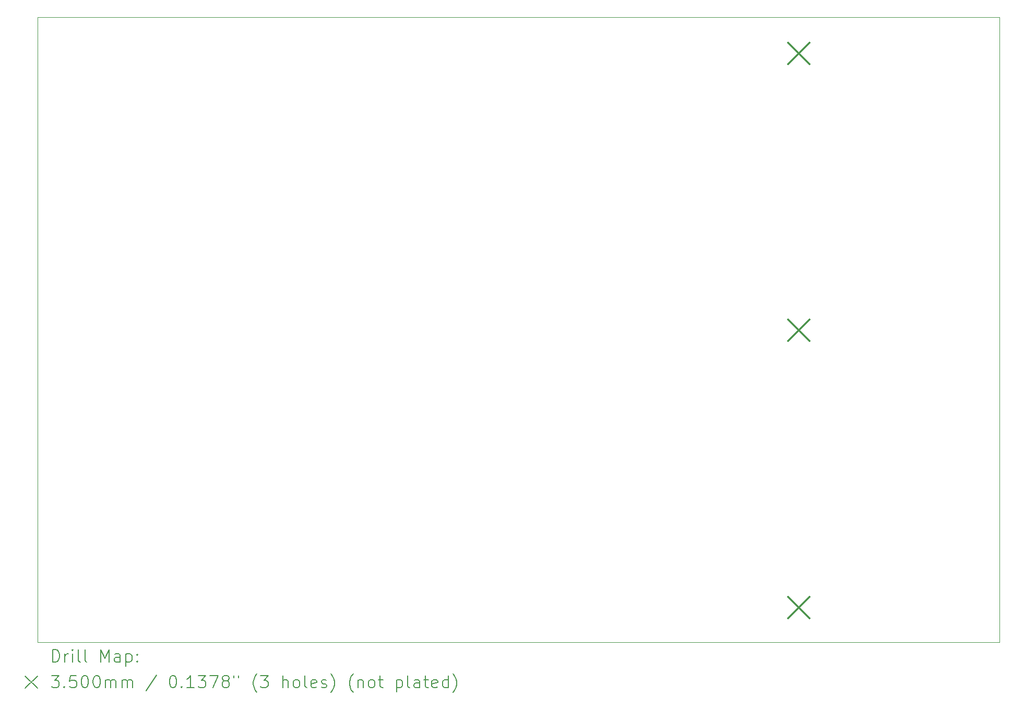
<source format=gbr>
%TF.GenerationSoftware,KiCad,Pcbnew,7.0.2*%
%TF.CreationDate,2023-09-28T15:01:31+02:00*%
%TF.ProjectId,Module_1,4d6f6475-6c65-45f3-912e-6b696361645f,rev?*%
%TF.SameCoordinates,Original*%
%TF.FileFunction,Drillmap*%
%TF.FilePolarity,Positive*%
%FSLAX45Y45*%
G04 Gerber Fmt 4.5, Leading zero omitted, Abs format (unit mm)*
G04 Created by KiCad (PCBNEW 7.0.2) date 2023-09-28 15:01:31*
%MOMM*%
%LPD*%
G01*
G04 APERTURE LIST*
%ADD10C,0.100000*%
%ADD11C,0.200000*%
%ADD12C,0.350000*%
G04 APERTURE END LIST*
D10*
X6054900Y-3505200D02*
X21656500Y-3505200D01*
X21656500Y-13657600D01*
X6054900Y-13657600D01*
X6054900Y-3505200D01*
D11*
D12*
X18225000Y-3915000D02*
X18575000Y-4265000D01*
X18575000Y-3915000D02*
X18225000Y-4265000D01*
X18225000Y-8415000D02*
X18575000Y-8765000D01*
X18575000Y-8415000D02*
X18225000Y-8765000D01*
X18225000Y-12915000D02*
X18575000Y-13265000D01*
X18575000Y-12915000D02*
X18225000Y-13265000D01*
D11*
X6297519Y-13975124D02*
X6297519Y-13775124D01*
X6297519Y-13775124D02*
X6345138Y-13775124D01*
X6345138Y-13775124D02*
X6373709Y-13784648D01*
X6373709Y-13784648D02*
X6392757Y-13803695D01*
X6392757Y-13803695D02*
X6402281Y-13822743D01*
X6402281Y-13822743D02*
X6411805Y-13860838D01*
X6411805Y-13860838D02*
X6411805Y-13889409D01*
X6411805Y-13889409D02*
X6402281Y-13927505D01*
X6402281Y-13927505D02*
X6392757Y-13946552D01*
X6392757Y-13946552D02*
X6373709Y-13965600D01*
X6373709Y-13965600D02*
X6345138Y-13975124D01*
X6345138Y-13975124D02*
X6297519Y-13975124D01*
X6497519Y-13975124D02*
X6497519Y-13841790D01*
X6497519Y-13879886D02*
X6507043Y-13860838D01*
X6507043Y-13860838D02*
X6516567Y-13851314D01*
X6516567Y-13851314D02*
X6535614Y-13841790D01*
X6535614Y-13841790D02*
X6554662Y-13841790D01*
X6621328Y-13975124D02*
X6621328Y-13841790D01*
X6621328Y-13775124D02*
X6611805Y-13784648D01*
X6611805Y-13784648D02*
X6621328Y-13794171D01*
X6621328Y-13794171D02*
X6630852Y-13784648D01*
X6630852Y-13784648D02*
X6621328Y-13775124D01*
X6621328Y-13775124D02*
X6621328Y-13794171D01*
X6745138Y-13975124D02*
X6726090Y-13965600D01*
X6726090Y-13965600D02*
X6716567Y-13946552D01*
X6716567Y-13946552D02*
X6716567Y-13775124D01*
X6849900Y-13975124D02*
X6830852Y-13965600D01*
X6830852Y-13965600D02*
X6821328Y-13946552D01*
X6821328Y-13946552D02*
X6821328Y-13775124D01*
X7078471Y-13975124D02*
X7078471Y-13775124D01*
X7078471Y-13775124D02*
X7145138Y-13917981D01*
X7145138Y-13917981D02*
X7211805Y-13775124D01*
X7211805Y-13775124D02*
X7211805Y-13975124D01*
X7392757Y-13975124D02*
X7392757Y-13870362D01*
X7392757Y-13870362D02*
X7383233Y-13851314D01*
X7383233Y-13851314D02*
X7364186Y-13841790D01*
X7364186Y-13841790D02*
X7326090Y-13841790D01*
X7326090Y-13841790D02*
X7307043Y-13851314D01*
X7392757Y-13965600D02*
X7373709Y-13975124D01*
X7373709Y-13975124D02*
X7326090Y-13975124D01*
X7326090Y-13975124D02*
X7307043Y-13965600D01*
X7307043Y-13965600D02*
X7297519Y-13946552D01*
X7297519Y-13946552D02*
X7297519Y-13927505D01*
X7297519Y-13927505D02*
X7307043Y-13908457D01*
X7307043Y-13908457D02*
X7326090Y-13898933D01*
X7326090Y-13898933D02*
X7373709Y-13898933D01*
X7373709Y-13898933D02*
X7392757Y-13889409D01*
X7487995Y-13841790D02*
X7487995Y-14041790D01*
X7487995Y-13851314D02*
X7507043Y-13841790D01*
X7507043Y-13841790D02*
X7545138Y-13841790D01*
X7545138Y-13841790D02*
X7564186Y-13851314D01*
X7564186Y-13851314D02*
X7573709Y-13860838D01*
X7573709Y-13860838D02*
X7583233Y-13879886D01*
X7583233Y-13879886D02*
X7583233Y-13937028D01*
X7583233Y-13937028D02*
X7573709Y-13956076D01*
X7573709Y-13956076D02*
X7564186Y-13965600D01*
X7564186Y-13965600D02*
X7545138Y-13975124D01*
X7545138Y-13975124D02*
X7507043Y-13975124D01*
X7507043Y-13975124D02*
X7487995Y-13965600D01*
X7668948Y-13956076D02*
X7678471Y-13965600D01*
X7678471Y-13965600D02*
X7668948Y-13975124D01*
X7668948Y-13975124D02*
X7659424Y-13965600D01*
X7659424Y-13965600D02*
X7668948Y-13956076D01*
X7668948Y-13956076D02*
X7668948Y-13975124D01*
X7668948Y-13851314D02*
X7678471Y-13860838D01*
X7678471Y-13860838D02*
X7668948Y-13870362D01*
X7668948Y-13870362D02*
X7659424Y-13860838D01*
X7659424Y-13860838D02*
X7668948Y-13851314D01*
X7668948Y-13851314D02*
X7668948Y-13870362D01*
X5849900Y-14202600D02*
X6049900Y-14402600D01*
X6049900Y-14202600D02*
X5849900Y-14402600D01*
X6278471Y-14195124D02*
X6402281Y-14195124D01*
X6402281Y-14195124D02*
X6335614Y-14271314D01*
X6335614Y-14271314D02*
X6364186Y-14271314D01*
X6364186Y-14271314D02*
X6383233Y-14280838D01*
X6383233Y-14280838D02*
X6392757Y-14290362D01*
X6392757Y-14290362D02*
X6402281Y-14309409D01*
X6402281Y-14309409D02*
X6402281Y-14357028D01*
X6402281Y-14357028D02*
X6392757Y-14376076D01*
X6392757Y-14376076D02*
X6383233Y-14385600D01*
X6383233Y-14385600D02*
X6364186Y-14395124D01*
X6364186Y-14395124D02*
X6307043Y-14395124D01*
X6307043Y-14395124D02*
X6287995Y-14385600D01*
X6287995Y-14385600D02*
X6278471Y-14376076D01*
X6487995Y-14376076D02*
X6497519Y-14385600D01*
X6497519Y-14385600D02*
X6487995Y-14395124D01*
X6487995Y-14395124D02*
X6478471Y-14385600D01*
X6478471Y-14385600D02*
X6487995Y-14376076D01*
X6487995Y-14376076D02*
X6487995Y-14395124D01*
X6678471Y-14195124D02*
X6583233Y-14195124D01*
X6583233Y-14195124D02*
X6573709Y-14290362D01*
X6573709Y-14290362D02*
X6583233Y-14280838D01*
X6583233Y-14280838D02*
X6602281Y-14271314D01*
X6602281Y-14271314D02*
X6649900Y-14271314D01*
X6649900Y-14271314D02*
X6668948Y-14280838D01*
X6668948Y-14280838D02*
X6678471Y-14290362D01*
X6678471Y-14290362D02*
X6687995Y-14309409D01*
X6687995Y-14309409D02*
X6687995Y-14357028D01*
X6687995Y-14357028D02*
X6678471Y-14376076D01*
X6678471Y-14376076D02*
X6668948Y-14385600D01*
X6668948Y-14385600D02*
X6649900Y-14395124D01*
X6649900Y-14395124D02*
X6602281Y-14395124D01*
X6602281Y-14395124D02*
X6583233Y-14385600D01*
X6583233Y-14385600D02*
X6573709Y-14376076D01*
X6811805Y-14195124D02*
X6830852Y-14195124D01*
X6830852Y-14195124D02*
X6849900Y-14204648D01*
X6849900Y-14204648D02*
X6859424Y-14214171D01*
X6859424Y-14214171D02*
X6868948Y-14233219D01*
X6868948Y-14233219D02*
X6878471Y-14271314D01*
X6878471Y-14271314D02*
X6878471Y-14318933D01*
X6878471Y-14318933D02*
X6868948Y-14357028D01*
X6868948Y-14357028D02*
X6859424Y-14376076D01*
X6859424Y-14376076D02*
X6849900Y-14385600D01*
X6849900Y-14385600D02*
X6830852Y-14395124D01*
X6830852Y-14395124D02*
X6811805Y-14395124D01*
X6811805Y-14395124D02*
X6792757Y-14385600D01*
X6792757Y-14385600D02*
X6783233Y-14376076D01*
X6783233Y-14376076D02*
X6773709Y-14357028D01*
X6773709Y-14357028D02*
X6764186Y-14318933D01*
X6764186Y-14318933D02*
X6764186Y-14271314D01*
X6764186Y-14271314D02*
X6773709Y-14233219D01*
X6773709Y-14233219D02*
X6783233Y-14214171D01*
X6783233Y-14214171D02*
X6792757Y-14204648D01*
X6792757Y-14204648D02*
X6811805Y-14195124D01*
X7002281Y-14195124D02*
X7021329Y-14195124D01*
X7021329Y-14195124D02*
X7040376Y-14204648D01*
X7040376Y-14204648D02*
X7049900Y-14214171D01*
X7049900Y-14214171D02*
X7059424Y-14233219D01*
X7059424Y-14233219D02*
X7068948Y-14271314D01*
X7068948Y-14271314D02*
X7068948Y-14318933D01*
X7068948Y-14318933D02*
X7059424Y-14357028D01*
X7059424Y-14357028D02*
X7049900Y-14376076D01*
X7049900Y-14376076D02*
X7040376Y-14385600D01*
X7040376Y-14385600D02*
X7021329Y-14395124D01*
X7021329Y-14395124D02*
X7002281Y-14395124D01*
X7002281Y-14395124D02*
X6983233Y-14385600D01*
X6983233Y-14385600D02*
X6973709Y-14376076D01*
X6973709Y-14376076D02*
X6964186Y-14357028D01*
X6964186Y-14357028D02*
X6954662Y-14318933D01*
X6954662Y-14318933D02*
X6954662Y-14271314D01*
X6954662Y-14271314D02*
X6964186Y-14233219D01*
X6964186Y-14233219D02*
X6973709Y-14214171D01*
X6973709Y-14214171D02*
X6983233Y-14204648D01*
X6983233Y-14204648D02*
X7002281Y-14195124D01*
X7154662Y-14395124D02*
X7154662Y-14261790D01*
X7154662Y-14280838D02*
X7164186Y-14271314D01*
X7164186Y-14271314D02*
X7183233Y-14261790D01*
X7183233Y-14261790D02*
X7211805Y-14261790D01*
X7211805Y-14261790D02*
X7230852Y-14271314D01*
X7230852Y-14271314D02*
X7240376Y-14290362D01*
X7240376Y-14290362D02*
X7240376Y-14395124D01*
X7240376Y-14290362D02*
X7249900Y-14271314D01*
X7249900Y-14271314D02*
X7268948Y-14261790D01*
X7268948Y-14261790D02*
X7297519Y-14261790D01*
X7297519Y-14261790D02*
X7316567Y-14271314D01*
X7316567Y-14271314D02*
X7326090Y-14290362D01*
X7326090Y-14290362D02*
X7326090Y-14395124D01*
X7421329Y-14395124D02*
X7421329Y-14261790D01*
X7421329Y-14280838D02*
X7430852Y-14271314D01*
X7430852Y-14271314D02*
X7449900Y-14261790D01*
X7449900Y-14261790D02*
X7478471Y-14261790D01*
X7478471Y-14261790D02*
X7497519Y-14271314D01*
X7497519Y-14271314D02*
X7507043Y-14290362D01*
X7507043Y-14290362D02*
X7507043Y-14395124D01*
X7507043Y-14290362D02*
X7516567Y-14271314D01*
X7516567Y-14271314D02*
X7535614Y-14261790D01*
X7535614Y-14261790D02*
X7564186Y-14261790D01*
X7564186Y-14261790D02*
X7583233Y-14271314D01*
X7583233Y-14271314D02*
X7592757Y-14290362D01*
X7592757Y-14290362D02*
X7592757Y-14395124D01*
X7983233Y-14185600D02*
X7811805Y-14442743D01*
X8240376Y-14195124D02*
X8259424Y-14195124D01*
X8259424Y-14195124D02*
X8278472Y-14204648D01*
X8278472Y-14204648D02*
X8287995Y-14214171D01*
X8287995Y-14214171D02*
X8297519Y-14233219D01*
X8297519Y-14233219D02*
X8307043Y-14271314D01*
X8307043Y-14271314D02*
X8307043Y-14318933D01*
X8307043Y-14318933D02*
X8297519Y-14357028D01*
X8297519Y-14357028D02*
X8287995Y-14376076D01*
X8287995Y-14376076D02*
X8278472Y-14385600D01*
X8278472Y-14385600D02*
X8259424Y-14395124D01*
X8259424Y-14395124D02*
X8240376Y-14395124D01*
X8240376Y-14395124D02*
X8221329Y-14385600D01*
X8221329Y-14385600D02*
X8211805Y-14376076D01*
X8211805Y-14376076D02*
X8202281Y-14357028D01*
X8202281Y-14357028D02*
X8192757Y-14318933D01*
X8192757Y-14318933D02*
X8192757Y-14271314D01*
X8192757Y-14271314D02*
X8202281Y-14233219D01*
X8202281Y-14233219D02*
X8211805Y-14214171D01*
X8211805Y-14214171D02*
X8221329Y-14204648D01*
X8221329Y-14204648D02*
X8240376Y-14195124D01*
X8392757Y-14376076D02*
X8402281Y-14385600D01*
X8402281Y-14385600D02*
X8392757Y-14395124D01*
X8392757Y-14395124D02*
X8383233Y-14385600D01*
X8383233Y-14385600D02*
X8392757Y-14376076D01*
X8392757Y-14376076D02*
X8392757Y-14395124D01*
X8592757Y-14395124D02*
X8478472Y-14395124D01*
X8535614Y-14395124D02*
X8535614Y-14195124D01*
X8535614Y-14195124D02*
X8516567Y-14223695D01*
X8516567Y-14223695D02*
X8497519Y-14242743D01*
X8497519Y-14242743D02*
X8478472Y-14252267D01*
X8659424Y-14195124D02*
X8783234Y-14195124D01*
X8783234Y-14195124D02*
X8716567Y-14271314D01*
X8716567Y-14271314D02*
X8745138Y-14271314D01*
X8745138Y-14271314D02*
X8764186Y-14280838D01*
X8764186Y-14280838D02*
X8773710Y-14290362D01*
X8773710Y-14290362D02*
X8783234Y-14309409D01*
X8783234Y-14309409D02*
X8783234Y-14357028D01*
X8783234Y-14357028D02*
X8773710Y-14376076D01*
X8773710Y-14376076D02*
X8764186Y-14385600D01*
X8764186Y-14385600D02*
X8745138Y-14395124D01*
X8745138Y-14395124D02*
X8687995Y-14395124D01*
X8687995Y-14395124D02*
X8668948Y-14385600D01*
X8668948Y-14385600D02*
X8659424Y-14376076D01*
X8849900Y-14195124D02*
X8983234Y-14195124D01*
X8983234Y-14195124D02*
X8897519Y-14395124D01*
X9087995Y-14280838D02*
X9068948Y-14271314D01*
X9068948Y-14271314D02*
X9059424Y-14261790D01*
X9059424Y-14261790D02*
X9049900Y-14242743D01*
X9049900Y-14242743D02*
X9049900Y-14233219D01*
X9049900Y-14233219D02*
X9059424Y-14214171D01*
X9059424Y-14214171D02*
X9068948Y-14204648D01*
X9068948Y-14204648D02*
X9087995Y-14195124D01*
X9087995Y-14195124D02*
X9126091Y-14195124D01*
X9126091Y-14195124D02*
X9145138Y-14204648D01*
X9145138Y-14204648D02*
X9154662Y-14214171D01*
X9154662Y-14214171D02*
X9164186Y-14233219D01*
X9164186Y-14233219D02*
X9164186Y-14242743D01*
X9164186Y-14242743D02*
X9154662Y-14261790D01*
X9154662Y-14261790D02*
X9145138Y-14271314D01*
X9145138Y-14271314D02*
X9126091Y-14280838D01*
X9126091Y-14280838D02*
X9087995Y-14280838D01*
X9087995Y-14280838D02*
X9068948Y-14290362D01*
X9068948Y-14290362D02*
X9059424Y-14299886D01*
X9059424Y-14299886D02*
X9049900Y-14318933D01*
X9049900Y-14318933D02*
X9049900Y-14357028D01*
X9049900Y-14357028D02*
X9059424Y-14376076D01*
X9059424Y-14376076D02*
X9068948Y-14385600D01*
X9068948Y-14385600D02*
X9087995Y-14395124D01*
X9087995Y-14395124D02*
X9126091Y-14395124D01*
X9126091Y-14395124D02*
X9145138Y-14385600D01*
X9145138Y-14385600D02*
X9154662Y-14376076D01*
X9154662Y-14376076D02*
X9164186Y-14357028D01*
X9164186Y-14357028D02*
X9164186Y-14318933D01*
X9164186Y-14318933D02*
X9154662Y-14299886D01*
X9154662Y-14299886D02*
X9145138Y-14290362D01*
X9145138Y-14290362D02*
X9126091Y-14280838D01*
X9240376Y-14195124D02*
X9240376Y-14233219D01*
X9316567Y-14195124D02*
X9316567Y-14233219D01*
X9611805Y-14471314D02*
X9602281Y-14461790D01*
X9602281Y-14461790D02*
X9583234Y-14433219D01*
X9583234Y-14433219D02*
X9573710Y-14414171D01*
X9573710Y-14414171D02*
X9564186Y-14385600D01*
X9564186Y-14385600D02*
X9554662Y-14337981D01*
X9554662Y-14337981D02*
X9554662Y-14299886D01*
X9554662Y-14299886D02*
X9564186Y-14252267D01*
X9564186Y-14252267D02*
X9573710Y-14223695D01*
X9573710Y-14223695D02*
X9583234Y-14204648D01*
X9583234Y-14204648D02*
X9602281Y-14176076D01*
X9602281Y-14176076D02*
X9611805Y-14166552D01*
X9668948Y-14195124D02*
X9792757Y-14195124D01*
X9792757Y-14195124D02*
X9726091Y-14271314D01*
X9726091Y-14271314D02*
X9754662Y-14271314D01*
X9754662Y-14271314D02*
X9773710Y-14280838D01*
X9773710Y-14280838D02*
X9783234Y-14290362D01*
X9783234Y-14290362D02*
X9792757Y-14309409D01*
X9792757Y-14309409D02*
X9792757Y-14357028D01*
X9792757Y-14357028D02*
X9783234Y-14376076D01*
X9783234Y-14376076D02*
X9773710Y-14385600D01*
X9773710Y-14385600D02*
X9754662Y-14395124D01*
X9754662Y-14395124D02*
X9697519Y-14395124D01*
X9697519Y-14395124D02*
X9678472Y-14385600D01*
X9678472Y-14385600D02*
X9668948Y-14376076D01*
X10030853Y-14395124D02*
X10030853Y-14195124D01*
X10116567Y-14395124D02*
X10116567Y-14290362D01*
X10116567Y-14290362D02*
X10107043Y-14271314D01*
X10107043Y-14271314D02*
X10087996Y-14261790D01*
X10087996Y-14261790D02*
X10059424Y-14261790D01*
X10059424Y-14261790D02*
X10040377Y-14271314D01*
X10040377Y-14271314D02*
X10030853Y-14280838D01*
X10240377Y-14395124D02*
X10221329Y-14385600D01*
X10221329Y-14385600D02*
X10211805Y-14376076D01*
X10211805Y-14376076D02*
X10202281Y-14357028D01*
X10202281Y-14357028D02*
X10202281Y-14299886D01*
X10202281Y-14299886D02*
X10211805Y-14280838D01*
X10211805Y-14280838D02*
X10221329Y-14271314D01*
X10221329Y-14271314D02*
X10240377Y-14261790D01*
X10240377Y-14261790D02*
X10268948Y-14261790D01*
X10268948Y-14261790D02*
X10287996Y-14271314D01*
X10287996Y-14271314D02*
X10297519Y-14280838D01*
X10297519Y-14280838D02*
X10307043Y-14299886D01*
X10307043Y-14299886D02*
X10307043Y-14357028D01*
X10307043Y-14357028D02*
X10297519Y-14376076D01*
X10297519Y-14376076D02*
X10287996Y-14385600D01*
X10287996Y-14385600D02*
X10268948Y-14395124D01*
X10268948Y-14395124D02*
X10240377Y-14395124D01*
X10421329Y-14395124D02*
X10402281Y-14385600D01*
X10402281Y-14385600D02*
X10392758Y-14366552D01*
X10392758Y-14366552D02*
X10392758Y-14195124D01*
X10573710Y-14385600D02*
X10554662Y-14395124D01*
X10554662Y-14395124D02*
X10516567Y-14395124D01*
X10516567Y-14395124D02*
X10497519Y-14385600D01*
X10497519Y-14385600D02*
X10487996Y-14366552D01*
X10487996Y-14366552D02*
X10487996Y-14290362D01*
X10487996Y-14290362D02*
X10497519Y-14271314D01*
X10497519Y-14271314D02*
X10516567Y-14261790D01*
X10516567Y-14261790D02*
X10554662Y-14261790D01*
X10554662Y-14261790D02*
X10573710Y-14271314D01*
X10573710Y-14271314D02*
X10583234Y-14290362D01*
X10583234Y-14290362D02*
X10583234Y-14309409D01*
X10583234Y-14309409D02*
X10487996Y-14328457D01*
X10659424Y-14385600D02*
X10678472Y-14395124D01*
X10678472Y-14395124D02*
X10716567Y-14395124D01*
X10716567Y-14395124D02*
X10735615Y-14385600D01*
X10735615Y-14385600D02*
X10745139Y-14366552D01*
X10745139Y-14366552D02*
X10745139Y-14357028D01*
X10745139Y-14357028D02*
X10735615Y-14337981D01*
X10735615Y-14337981D02*
X10716567Y-14328457D01*
X10716567Y-14328457D02*
X10687996Y-14328457D01*
X10687996Y-14328457D02*
X10668948Y-14318933D01*
X10668948Y-14318933D02*
X10659424Y-14299886D01*
X10659424Y-14299886D02*
X10659424Y-14290362D01*
X10659424Y-14290362D02*
X10668948Y-14271314D01*
X10668948Y-14271314D02*
X10687996Y-14261790D01*
X10687996Y-14261790D02*
X10716567Y-14261790D01*
X10716567Y-14261790D02*
X10735615Y-14271314D01*
X10811805Y-14471314D02*
X10821329Y-14461790D01*
X10821329Y-14461790D02*
X10840377Y-14433219D01*
X10840377Y-14433219D02*
X10849900Y-14414171D01*
X10849900Y-14414171D02*
X10859424Y-14385600D01*
X10859424Y-14385600D02*
X10868948Y-14337981D01*
X10868948Y-14337981D02*
X10868948Y-14299886D01*
X10868948Y-14299886D02*
X10859424Y-14252267D01*
X10859424Y-14252267D02*
X10849900Y-14223695D01*
X10849900Y-14223695D02*
X10840377Y-14204648D01*
X10840377Y-14204648D02*
X10821329Y-14176076D01*
X10821329Y-14176076D02*
X10811805Y-14166552D01*
X11173710Y-14471314D02*
X11164186Y-14461790D01*
X11164186Y-14461790D02*
X11145139Y-14433219D01*
X11145139Y-14433219D02*
X11135615Y-14414171D01*
X11135615Y-14414171D02*
X11126091Y-14385600D01*
X11126091Y-14385600D02*
X11116567Y-14337981D01*
X11116567Y-14337981D02*
X11116567Y-14299886D01*
X11116567Y-14299886D02*
X11126091Y-14252267D01*
X11126091Y-14252267D02*
X11135615Y-14223695D01*
X11135615Y-14223695D02*
X11145139Y-14204648D01*
X11145139Y-14204648D02*
X11164186Y-14176076D01*
X11164186Y-14176076D02*
X11173710Y-14166552D01*
X11249900Y-14261790D02*
X11249900Y-14395124D01*
X11249900Y-14280838D02*
X11259424Y-14271314D01*
X11259424Y-14271314D02*
X11278472Y-14261790D01*
X11278472Y-14261790D02*
X11307043Y-14261790D01*
X11307043Y-14261790D02*
X11326091Y-14271314D01*
X11326091Y-14271314D02*
X11335615Y-14290362D01*
X11335615Y-14290362D02*
X11335615Y-14395124D01*
X11459424Y-14395124D02*
X11440377Y-14385600D01*
X11440377Y-14385600D02*
X11430853Y-14376076D01*
X11430853Y-14376076D02*
X11421329Y-14357028D01*
X11421329Y-14357028D02*
X11421329Y-14299886D01*
X11421329Y-14299886D02*
X11430853Y-14280838D01*
X11430853Y-14280838D02*
X11440377Y-14271314D01*
X11440377Y-14271314D02*
X11459424Y-14261790D01*
X11459424Y-14261790D02*
X11487996Y-14261790D01*
X11487996Y-14261790D02*
X11507043Y-14271314D01*
X11507043Y-14271314D02*
X11516567Y-14280838D01*
X11516567Y-14280838D02*
X11526091Y-14299886D01*
X11526091Y-14299886D02*
X11526091Y-14357028D01*
X11526091Y-14357028D02*
X11516567Y-14376076D01*
X11516567Y-14376076D02*
X11507043Y-14385600D01*
X11507043Y-14385600D02*
X11487996Y-14395124D01*
X11487996Y-14395124D02*
X11459424Y-14395124D01*
X11583234Y-14261790D02*
X11659424Y-14261790D01*
X11611805Y-14195124D02*
X11611805Y-14366552D01*
X11611805Y-14366552D02*
X11621329Y-14385600D01*
X11621329Y-14385600D02*
X11640377Y-14395124D01*
X11640377Y-14395124D02*
X11659424Y-14395124D01*
X11878472Y-14261790D02*
X11878472Y-14461790D01*
X11878472Y-14271314D02*
X11897519Y-14261790D01*
X11897519Y-14261790D02*
X11935615Y-14261790D01*
X11935615Y-14261790D02*
X11954662Y-14271314D01*
X11954662Y-14271314D02*
X11964186Y-14280838D01*
X11964186Y-14280838D02*
X11973710Y-14299886D01*
X11973710Y-14299886D02*
X11973710Y-14357028D01*
X11973710Y-14357028D02*
X11964186Y-14376076D01*
X11964186Y-14376076D02*
X11954662Y-14385600D01*
X11954662Y-14385600D02*
X11935615Y-14395124D01*
X11935615Y-14395124D02*
X11897519Y-14395124D01*
X11897519Y-14395124D02*
X11878472Y-14385600D01*
X12087996Y-14395124D02*
X12068948Y-14385600D01*
X12068948Y-14385600D02*
X12059424Y-14366552D01*
X12059424Y-14366552D02*
X12059424Y-14195124D01*
X12249900Y-14395124D02*
X12249900Y-14290362D01*
X12249900Y-14290362D02*
X12240377Y-14271314D01*
X12240377Y-14271314D02*
X12221329Y-14261790D01*
X12221329Y-14261790D02*
X12183234Y-14261790D01*
X12183234Y-14261790D02*
X12164186Y-14271314D01*
X12249900Y-14385600D02*
X12230853Y-14395124D01*
X12230853Y-14395124D02*
X12183234Y-14395124D01*
X12183234Y-14395124D02*
X12164186Y-14385600D01*
X12164186Y-14385600D02*
X12154662Y-14366552D01*
X12154662Y-14366552D02*
X12154662Y-14347505D01*
X12154662Y-14347505D02*
X12164186Y-14328457D01*
X12164186Y-14328457D02*
X12183234Y-14318933D01*
X12183234Y-14318933D02*
X12230853Y-14318933D01*
X12230853Y-14318933D02*
X12249900Y-14309409D01*
X12316567Y-14261790D02*
X12392758Y-14261790D01*
X12345139Y-14195124D02*
X12345139Y-14366552D01*
X12345139Y-14366552D02*
X12354662Y-14385600D01*
X12354662Y-14385600D02*
X12373710Y-14395124D01*
X12373710Y-14395124D02*
X12392758Y-14395124D01*
X12535615Y-14385600D02*
X12516567Y-14395124D01*
X12516567Y-14395124D02*
X12478472Y-14395124D01*
X12478472Y-14395124D02*
X12459424Y-14385600D01*
X12459424Y-14385600D02*
X12449900Y-14366552D01*
X12449900Y-14366552D02*
X12449900Y-14290362D01*
X12449900Y-14290362D02*
X12459424Y-14271314D01*
X12459424Y-14271314D02*
X12478472Y-14261790D01*
X12478472Y-14261790D02*
X12516567Y-14261790D01*
X12516567Y-14261790D02*
X12535615Y-14271314D01*
X12535615Y-14271314D02*
X12545139Y-14290362D01*
X12545139Y-14290362D02*
X12545139Y-14309409D01*
X12545139Y-14309409D02*
X12449900Y-14328457D01*
X12716567Y-14395124D02*
X12716567Y-14195124D01*
X12716567Y-14385600D02*
X12697520Y-14395124D01*
X12697520Y-14395124D02*
X12659424Y-14395124D01*
X12659424Y-14395124D02*
X12640377Y-14385600D01*
X12640377Y-14385600D02*
X12630853Y-14376076D01*
X12630853Y-14376076D02*
X12621329Y-14357028D01*
X12621329Y-14357028D02*
X12621329Y-14299886D01*
X12621329Y-14299886D02*
X12630853Y-14280838D01*
X12630853Y-14280838D02*
X12640377Y-14271314D01*
X12640377Y-14271314D02*
X12659424Y-14261790D01*
X12659424Y-14261790D02*
X12697520Y-14261790D01*
X12697520Y-14261790D02*
X12716567Y-14271314D01*
X12792758Y-14471314D02*
X12802281Y-14461790D01*
X12802281Y-14461790D02*
X12821329Y-14433219D01*
X12821329Y-14433219D02*
X12830853Y-14414171D01*
X12830853Y-14414171D02*
X12840377Y-14385600D01*
X12840377Y-14385600D02*
X12849900Y-14337981D01*
X12849900Y-14337981D02*
X12849900Y-14299886D01*
X12849900Y-14299886D02*
X12840377Y-14252267D01*
X12840377Y-14252267D02*
X12830853Y-14223695D01*
X12830853Y-14223695D02*
X12821329Y-14204648D01*
X12821329Y-14204648D02*
X12802281Y-14176076D01*
X12802281Y-14176076D02*
X12792758Y-14166552D01*
M02*

</source>
